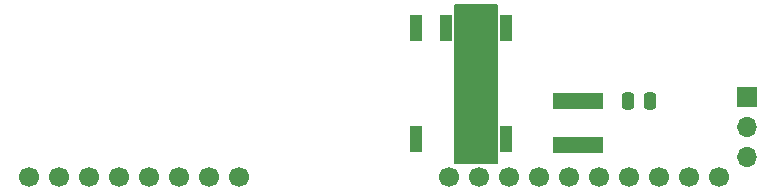
<source format=gbr>
%TF.GenerationSoftware,KiCad,Pcbnew,8.0.4*%
%TF.CreationDate,2024-11-04T15:39:35+01:00*%
%TF.ProjectId,Flipper_Zero_CAN_Module,466c6970-7065-4725-9f5a-65726f5f4341,rev?*%
%TF.SameCoordinates,Original*%
%TF.FileFunction,Soldermask,Bot*%
%TF.FilePolarity,Negative*%
%FSLAX46Y46*%
G04 Gerber Fmt 4.6, Leading zero omitted, Abs format (unit mm)*
G04 Created by KiCad (PCBNEW 8.0.4) date 2024-11-04 15:39:35*
%MOMM*%
%LPD*%
G01*
G04 APERTURE LIST*
G04 Aperture macros list*
%AMRoundRect*
0 Rectangle with rounded corners*
0 $1 Rounding radius*
0 $2 $3 $4 $5 $6 $7 $8 $9 X,Y pos of 4 corners*
0 Add a 4 corners polygon primitive as box body*
4,1,4,$2,$3,$4,$5,$6,$7,$8,$9,$2,$3,0*
0 Add four circle primitives for the rounded corners*
1,1,$1+$1,$2,$3*
1,1,$1+$1,$4,$5*
1,1,$1+$1,$6,$7*
1,1,$1+$1,$8,$9*
0 Add four rect primitives between the rounded corners*
20,1,$1+$1,$2,$3,$4,$5,0*
20,1,$1+$1,$4,$5,$6,$7,0*
20,1,$1+$1,$6,$7,$8,$9,0*
20,1,$1+$1,$8,$9,$2,$3,0*%
G04 Aperture macros list end*
%ADD10C,0.150000*%
%ADD11C,1.700000*%
%ADD12R,1.700000X1.700000*%
%ADD13O,1.700000X1.700000*%
%ADD14R,4.200000X1.400000*%
%ADD15RoundRect,0.250000X0.250000X0.475000X-0.250000X0.475000X-0.250000X-0.475000X0.250000X-0.475000X0*%
%ADD16R,1.000000X2.300000*%
G04 APERTURE END LIST*
D10*
X152000000Y-73250000D02*
X155500000Y-73250000D01*
X155500000Y-86600000D01*
X152000000Y-86600000D01*
X152000000Y-73250000D01*
G36*
X152000000Y-73250000D02*
G01*
X155500000Y-73250000D01*
X155500000Y-86600000D01*
X152000000Y-86600000D01*
X152000000Y-73250000D01*
G37*
D11*
%TO.C,U7*%
X115873531Y-87820024D03*
X118413531Y-87820024D03*
X120953531Y-87820024D03*
X123493531Y-87820024D03*
X126033531Y-87820024D03*
X128573531Y-87820024D03*
X131113531Y-87820024D03*
X133653531Y-87820024D03*
X151433531Y-87820024D03*
X153973531Y-87820024D03*
X156513531Y-87820024D03*
X159053531Y-87820024D03*
X161593531Y-87820024D03*
X164133531Y-87820024D03*
X166673531Y-87820024D03*
X169213531Y-87820024D03*
X171753531Y-87820024D03*
X174293531Y-87820024D03*
%TD*%
D12*
%TO.C,J1*%
X176700000Y-80975000D03*
D13*
X176700000Y-83515000D03*
X176700000Y-86055000D03*
%TD*%
D14*
%TO.C,L1*%
X162400000Y-85050000D03*
X162400000Y-81350000D03*
%TD*%
D15*
%TO.C,C2*%
X168525000Y-81325000D03*
X166625000Y-81325000D03*
%TD*%
D16*
%TO.C,U1*%
X148680000Y-75200000D03*
X151220000Y-75200000D03*
X156300000Y-75200000D03*
X156300000Y-84600000D03*
X148680000Y-84600000D03*
%TD*%
M02*

</source>
